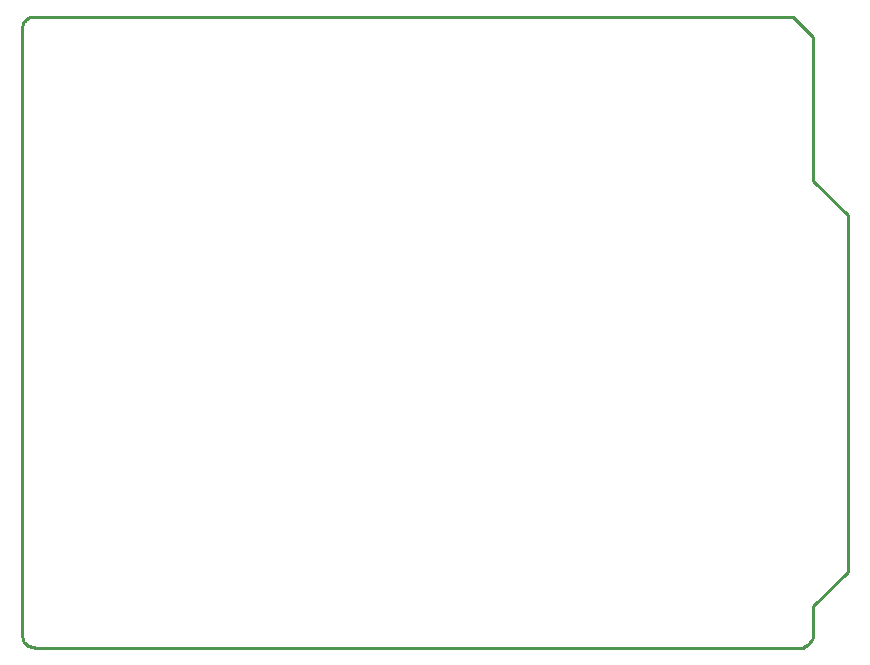
<source format=gko>
%FSTAX23Y23*%
%MOIN*%
%SFA1B1*%

%IPPOS*%
%ADD42C,0.010000*%
%LNvapeixshield-1*%
%LPD*%
G54D42*
X04606Y03003D02*
D01*
X04609Y03005*
X04613Y03007*
X04617Y0301*
X0462Y03012*
X04624Y03015*
X04627Y03018*
X04629Y03021*
X04632Y03025*
X04634Y03028*
X04636Y03032*
X04638Y03036*
X04639Y03039*
X02031Y03006D02*
D01*
X02033Y03005*
X02035Y03005*
X02037Y03004*
X02039Y03004*
X02041Y03004*
X02041Y03004*
D01*
X02044Y03003*
X02047Y03003*
X0205Y03003*
X02052Y03003*
X02003Y03045D02*
D01*
X02003Y03042*
X02003Y03039*
X02003Y03037*
X02004Y03034*
X02004Y03032*
X02005Y03029*
X02006Y03027*
X02007Y03024*
X02009Y03022*
X0201Y0302*
X02012Y03018*
X02014Y03016*
X02016Y03014*
X02018Y03012*
X0202Y03011*
X02022Y0301*
X02025Y03008*
X02027Y03007*
X0203Y03007*
X02031Y03006*
X02042Y05106D02*
D01*
X0204Y05106*
X02037Y05106*
X02034Y05106*
X02032Y05105*
X02029Y05105*
X02027Y05104*
X02024Y05103*
X02022Y05102*
X0202Y051*
X02018Y05099*
X02016Y05097*
X02014Y05095*
X02012Y05093*
X0201Y05091*
X02009Y05089*
X02007Y05087*
X02006Y05084*
X02005Y05082*
X02004Y05079*
X02004Y05077*
X02003Y05074*
X02003Y05072*
X02003Y05071*
X04639Y03039D02*
Y03141D01*
X04755Y03256*
X04573Y05106D02*
X0464Y0504D01*
X02042Y05106D02*
X04573D01*
X02003Y03043D02*
Y05071D01*
X02052Y03003D02*
X04606D01*
X0464Y0456D02*
Y0504D01*
Y0456D02*
X04755Y04445D01*
Y03256D02*
Y04445D01*
M02*
</source>
